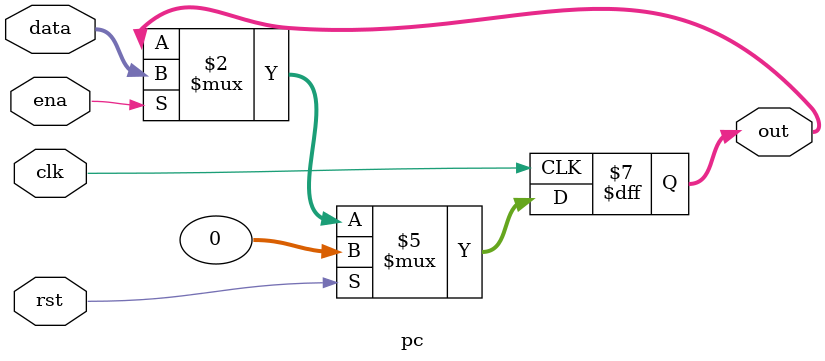
<source format=v>
`timescale 1ns / 1ps


module pc #(parameter width = 32)
    (input ena,clk,rst,
    input [width-1:0] data,
    output reg [width-1:0] out);
always @(posedge clk)
 if(rst)
    begin
        out<=0;
    end
    
 else if(ena)
    out<=data;
endmodule

</source>
